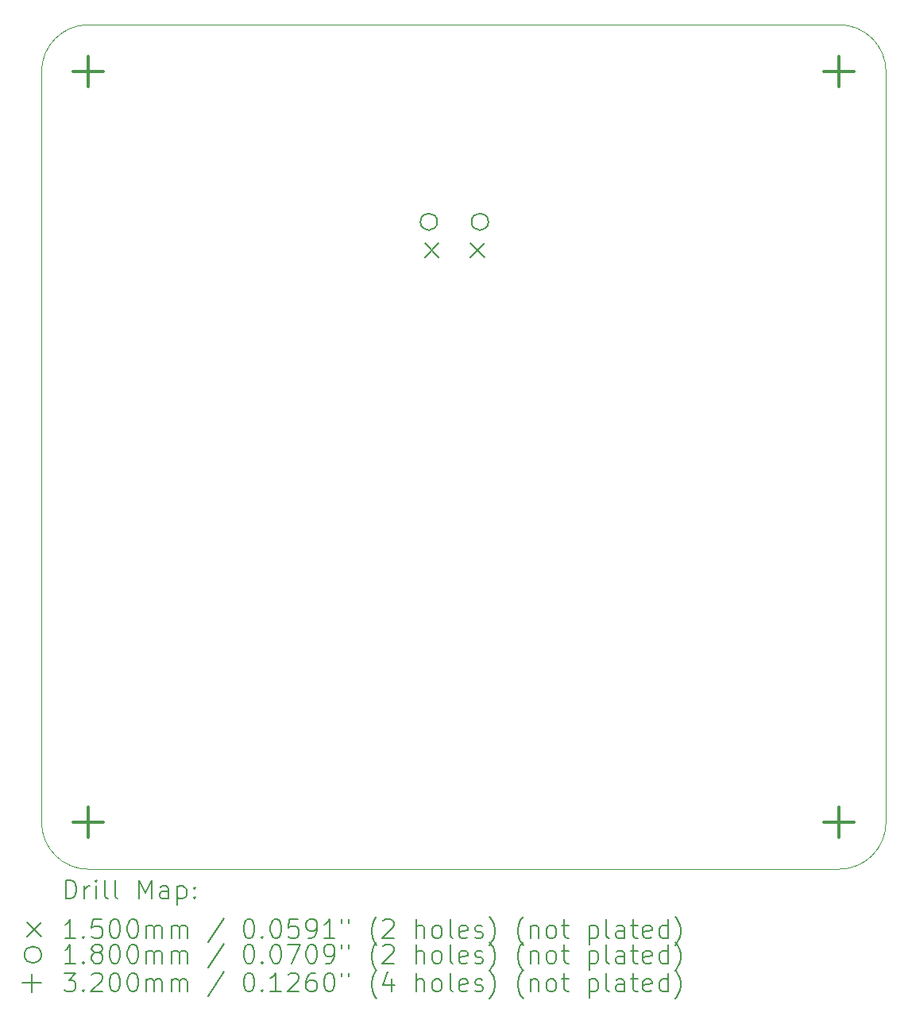
<source format=gbr>
%TF.GenerationSoftware,KiCad,Pcbnew,8.0.3*%
%TF.CreationDate,2024-07-10T23:00:10+09:00*%
%TF.ProjectId,power_control,706f7765-725f-4636-9f6e-74726f6c2e6b,rev?*%
%TF.SameCoordinates,PX5b8d800PY3473bc0*%
%TF.FileFunction,Drillmap*%
%TF.FilePolarity,Positive*%
%FSLAX45Y45*%
G04 Gerber Fmt 4.5, Leading zero omitted, Abs format (unit mm)*
G04 Created by KiCad (PCBNEW 8.0.3) date 2024-07-10 23:00:10*
%MOMM*%
%LPD*%
G01*
G04 APERTURE LIST*
%ADD10C,0.050000*%
%ADD11C,0.200000*%
%ADD12C,0.150000*%
%ADD13C,0.180000*%
%ADD14C,0.320000*%
G04 APERTURE END LIST*
D10*
X8500000Y0D02*
X500000Y0D01*
X9000000Y-8500000D02*
X9000000Y-500000D01*
X500000Y-9000000D02*
X8500000Y-9000000D01*
X0Y-500000D02*
X0Y-8500000D01*
X500000Y-9000000D02*
G75*
G02*
X0Y-8500000I0J500000D01*
G01*
X9000000Y-8500000D02*
G75*
G02*
X8500000Y-9000000I-500000J0D01*
G01*
X8500000Y0D02*
G75*
G02*
X9000000Y-500000I0J-500000D01*
G01*
X0Y-500000D02*
G75*
G02*
X500000Y0I500000J0D01*
G01*
D11*
D12*
X4082500Y-2328000D02*
X4232500Y-2478000D01*
X4232500Y-2328000D02*
X4082500Y-2478000D01*
X4567500Y-2328000D02*
X4717500Y-2478000D01*
X4717500Y-2328000D02*
X4567500Y-2478000D01*
D13*
X4217500Y-2100000D02*
G75*
G02*
X4037500Y-2100000I-90000J0D01*
G01*
X4037500Y-2100000D02*
G75*
G02*
X4217500Y-2100000I90000J0D01*
G01*
X4762500Y-2100000D02*
G75*
G02*
X4582500Y-2100000I-90000J0D01*
G01*
X4582500Y-2100000D02*
G75*
G02*
X4762500Y-2100000I90000J0D01*
G01*
D14*
X500000Y-340000D02*
X500000Y-660000D01*
X340000Y-500000D02*
X660000Y-500000D01*
X500000Y-8340000D02*
X500000Y-8660000D01*
X340000Y-8500000D02*
X660000Y-8500000D01*
X8500000Y-340000D02*
X8500000Y-660000D01*
X8340000Y-500000D02*
X8660000Y-500000D01*
X8500000Y-8340000D02*
X8500000Y-8660000D01*
X8340000Y-8500000D02*
X8660000Y-8500000D01*
D11*
X258277Y-9313984D02*
X258277Y-9113984D01*
X258277Y-9113984D02*
X305896Y-9113984D01*
X305896Y-9113984D02*
X334467Y-9123508D01*
X334467Y-9123508D02*
X353515Y-9142555D01*
X353515Y-9142555D02*
X363039Y-9161603D01*
X363039Y-9161603D02*
X372562Y-9199698D01*
X372562Y-9199698D02*
X372562Y-9228270D01*
X372562Y-9228270D02*
X363039Y-9266365D01*
X363039Y-9266365D02*
X353515Y-9285412D01*
X353515Y-9285412D02*
X334467Y-9304460D01*
X334467Y-9304460D02*
X305896Y-9313984D01*
X305896Y-9313984D02*
X258277Y-9313984D01*
X458277Y-9313984D02*
X458277Y-9180650D01*
X458277Y-9218746D02*
X467801Y-9199698D01*
X467801Y-9199698D02*
X477324Y-9190174D01*
X477324Y-9190174D02*
X496372Y-9180650D01*
X496372Y-9180650D02*
X515420Y-9180650D01*
X582086Y-9313984D02*
X582086Y-9180650D01*
X582086Y-9113984D02*
X572563Y-9123508D01*
X572563Y-9123508D02*
X582086Y-9133031D01*
X582086Y-9133031D02*
X591610Y-9123508D01*
X591610Y-9123508D02*
X582086Y-9113984D01*
X582086Y-9113984D02*
X582086Y-9133031D01*
X705896Y-9313984D02*
X686848Y-9304460D01*
X686848Y-9304460D02*
X677324Y-9285412D01*
X677324Y-9285412D02*
X677324Y-9113984D01*
X810658Y-9313984D02*
X791610Y-9304460D01*
X791610Y-9304460D02*
X782086Y-9285412D01*
X782086Y-9285412D02*
X782086Y-9113984D01*
X1039229Y-9313984D02*
X1039229Y-9113984D01*
X1039229Y-9113984D02*
X1105896Y-9256841D01*
X1105896Y-9256841D02*
X1172563Y-9113984D01*
X1172563Y-9113984D02*
X1172563Y-9313984D01*
X1353515Y-9313984D02*
X1353515Y-9209222D01*
X1353515Y-9209222D02*
X1343991Y-9190174D01*
X1343991Y-9190174D02*
X1324944Y-9180650D01*
X1324944Y-9180650D02*
X1286848Y-9180650D01*
X1286848Y-9180650D02*
X1267801Y-9190174D01*
X1353515Y-9304460D02*
X1334467Y-9313984D01*
X1334467Y-9313984D02*
X1286848Y-9313984D01*
X1286848Y-9313984D02*
X1267801Y-9304460D01*
X1267801Y-9304460D02*
X1258277Y-9285412D01*
X1258277Y-9285412D02*
X1258277Y-9266365D01*
X1258277Y-9266365D02*
X1267801Y-9247317D01*
X1267801Y-9247317D02*
X1286848Y-9237793D01*
X1286848Y-9237793D02*
X1334467Y-9237793D01*
X1334467Y-9237793D02*
X1353515Y-9228270D01*
X1448753Y-9180650D02*
X1448753Y-9380650D01*
X1448753Y-9190174D02*
X1467801Y-9180650D01*
X1467801Y-9180650D02*
X1505896Y-9180650D01*
X1505896Y-9180650D02*
X1524943Y-9190174D01*
X1524943Y-9190174D02*
X1534467Y-9199698D01*
X1534467Y-9199698D02*
X1543991Y-9218746D01*
X1543991Y-9218746D02*
X1543991Y-9275889D01*
X1543991Y-9275889D02*
X1534467Y-9294936D01*
X1534467Y-9294936D02*
X1524943Y-9304460D01*
X1524943Y-9304460D02*
X1505896Y-9313984D01*
X1505896Y-9313984D02*
X1467801Y-9313984D01*
X1467801Y-9313984D02*
X1448753Y-9304460D01*
X1629705Y-9294936D02*
X1639229Y-9304460D01*
X1639229Y-9304460D02*
X1629705Y-9313984D01*
X1629705Y-9313984D02*
X1620182Y-9304460D01*
X1620182Y-9304460D02*
X1629705Y-9294936D01*
X1629705Y-9294936D02*
X1629705Y-9313984D01*
X1629705Y-9190174D02*
X1639229Y-9199698D01*
X1639229Y-9199698D02*
X1629705Y-9209222D01*
X1629705Y-9209222D02*
X1620182Y-9199698D01*
X1620182Y-9199698D02*
X1629705Y-9190174D01*
X1629705Y-9190174D02*
X1629705Y-9209222D01*
D12*
X-152500Y-9567500D02*
X-2500Y-9717500D01*
X-2500Y-9567500D02*
X-152500Y-9717500D01*
D11*
X363039Y-9733984D02*
X248753Y-9733984D01*
X305896Y-9733984D02*
X305896Y-9533984D01*
X305896Y-9533984D02*
X286848Y-9562555D01*
X286848Y-9562555D02*
X267801Y-9581603D01*
X267801Y-9581603D02*
X248753Y-9591127D01*
X448753Y-9714936D02*
X458277Y-9724460D01*
X458277Y-9724460D02*
X448753Y-9733984D01*
X448753Y-9733984D02*
X439229Y-9724460D01*
X439229Y-9724460D02*
X448753Y-9714936D01*
X448753Y-9714936D02*
X448753Y-9733984D01*
X639229Y-9533984D02*
X543991Y-9533984D01*
X543991Y-9533984D02*
X534467Y-9629222D01*
X534467Y-9629222D02*
X543991Y-9619698D01*
X543991Y-9619698D02*
X563039Y-9610174D01*
X563039Y-9610174D02*
X610658Y-9610174D01*
X610658Y-9610174D02*
X629705Y-9619698D01*
X629705Y-9619698D02*
X639229Y-9629222D01*
X639229Y-9629222D02*
X648753Y-9648270D01*
X648753Y-9648270D02*
X648753Y-9695889D01*
X648753Y-9695889D02*
X639229Y-9714936D01*
X639229Y-9714936D02*
X629705Y-9724460D01*
X629705Y-9724460D02*
X610658Y-9733984D01*
X610658Y-9733984D02*
X563039Y-9733984D01*
X563039Y-9733984D02*
X543991Y-9724460D01*
X543991Y-9724460D02*
X534467Y-9714936D01*
X772562Y-9533984D02*
X791610Y-9533984D01*
X791610Y-9533984D02*
X810658Y-9543508D01*
X810658Y-9543508D02*
X820182Y-9553031D01*
X820182Y-9553031D02*
X829705Y-9572079D01*
X829705Y-9572079D02*
X839229Y-9610174D01*
X839229Y-9610174D02*
X839229Y-9657793D01*
X839229Y-9657793D02*
X829705Y-9695889D01*
X829705Y-9695889D02*
X820182Y-9714936D01*
X820182Y-9714936D02*
X810658Y-9724460D01*
X810658Y-9724460D02*
X791610Y-9733984D01*
X791610Y-9733984D02*
X772562Y-9733984D01*
X772562Y-9733984D02*
X753515Y-9724460D01*
X753515Y-9724460D02*
X743991Y-9714936D01*
X743991Y-9714936D02*
X734467Y-9695889D01*
X734467Y-9695889D02*
X724943Y-9657793D01*
X724943Y-9657793D02*
X724943Y-9610174D01*
X724943Y-9610174D02*
X734467Y-9572079D01*
X734467Y-9572079D02*
X743991Y-9553031D01*
X743991Y-9553031D02*
X753515Y-9543508D01*
X753515Y-9543508D02*
X772562Y-9533984D01*
X963039Y-9533984D02*
X982086Y-9533984D01*
X982086Y-9533984D02*
X1001134Y-9543508D01*
X1001134Y-9543508D02*
X1010658Y-9553031D01*
X1010658Y-9553031D02*
X1020182Y-9572079D01*
X1020182Y-9572079D02*
X1029705Y-9610174D01*
X1029705Y-9610174D02*
X1029705Y-9657793D01*
X1029705Y-9657793D02*
X1020182Y-9695889D01*
X1020182Y-9695889D02*
X1010658Y-9714936D01*
X1010658Y-9714936D02*
X1001134Y-9724460D01*
X1001134Y-9724460D02*
X982086Y-9733984D01*
X982086Y-9733984D02*
X963039Y-9733984D01*
X963039Y-9733984D02*
X943991Y-9724460D01*
X943991Y-9724460D02*
X934467Y-9714936D01*
X934467Y-9714936D02*
X924943Y-9695889D01*
X924943Y-9695889D02*
X915420Y-9657793D01*
X915420Y-9657793D02*
X915420Y-9610174D01*
X915420Y-9610174D02*
X924943Y-9572079D01*
X924943Y-9572079D02*
X934467Y-9553031D01*
X934467Y-9553031D02*
X943991Y-9543508D01*
X943991Y-9543508D02*
X963039Y-9533984D01*
X1115420Y-9733984D02*
X1115420Y-9600650D01*
X1115420Y-9619698D02*
X1124944Y-9610174D01*
X1124944Y-9610174D02*
X1143991Y-9600650D01*
X1143991Y-9600650D02*
X1172563Y-9600650D01*
X1172563Y-9600650D02*
X1191610Y-9610174D01*
X1191610Y-9610174D02*
X1201134Y-9629222D01*
X1201134Y-9629222D02*
X1201134Y-9733984D01*
X1201134Y-9629222D02*
X1210658Y-9610174D01*
X1210658Y-9610174D02*
X1229705Y-9600650D01*
X1229705Y-9600650D02*
X1258277Y-9600650D01*
X1258277Y-9600650D02*
X1277325Y-9610174D01*
X1277325Y-9610174D02*
X1286848Y-9629222D01*
X1286848Y-9629222D02*
X1286848Y-9733984D01*
X1382086Y-9733984D02*
X1382086Y-9600650D01*
X1382086Y-9619698D02*
X1391610Y-9610174D01*
X1391610Y-9610174D02*
X1410658Y-9600650D01*
X1410658Y-9600650D02*
X1439229Y-9600650D01*
X1439229Y-9600650D02*
X1458277Y-9610174D01*
X1458277Y-9610174D02*
X1467801Y-9629222D01*
X1467801Y-9629222D02*
X1467801Y-9733984D01*
X1467801Y-9629222D02*
X1477324Y-9610174D01*
X1477324Y-9610174D02*
X1496372Y-9600650D01*
X1496372Y-9600650D02*
X1524943Y-9600650D01*
X1524943Y-9600650D02*
X1543991Y-9610174D01*
X1543991Y-9610174D02*
X1553515Y-9629222D01*
X1553515Y-9629222D02*
X1553515Y-9733984D01*
X1943991Y-9524460D02*
X1772563Y-9781603D01*
X2201134Y-9533984D02*
X2220182Y-9533984D01*
X2220182Y-9533984D02*
X2239229Y-9543508D01*
X2239229Y-9543508D02*
X2248753Y-9553031D01*
X2248753Y-9553031D02*
X2258277Y-9572079D01*
X2258277Y-9572079D02*
X2267801Y-9610174D01*
X2267801Y-9610174D02*
X2267801Y-9657793D01*
X2267801Y-9657793D02*
X2258277Y-9695889D01*
X2258277Y-9695889D02*
X2248753Y-9714936D01*
X2248753Y-9714936D02*
X2239229Y-9724460D01*
X2239229Y-9724460D02*
X2220182Y-9733984D01*
X2220182Y-9733984D02*
X2201134Y-9733984D01*
X2201134Y-9733984D02*
X2182087Y-9724460D01*
X2182087Y-9724460D02*
X2172563Y-9714936D01*
X2172563Y-9714936D02*
X2163039Y-9695889D01*
X2163039Y-9695889D02*
X2153515Y-9657793D01*
X2153515Y-9657793D02*
X2153515Y-9610174D01*
X2153515Y-9610174D02*
X2163039Y-9572079D01*
X2163039Y-9572079D02*
X2172563Y-9553031D01*
X2172563Y-9553031D02*
X2182087Y-9543508D01*
X2182087Y-9543508D02*
X2201134Y-9533984D01*
X2353515Y-9714936D02*
X2363039Y-9724460D01*
X2363039Y-9724460D02*
X2353515Y-9733984D01*
X2353515Y-9733984D02*
X2343991Y-9724460D01*
X2343991Y-9724460D02*
X2353515Y-9714936D01*
X2353515Y-9714936D02*
X2353515Y-9733984D01*
X2486848Y-9533984D02*
X2505896Y-9533984D01*
X2505896Y-9533984D02*
X2524944Y-9543508D01*
X2524944Y-9543508D02*
X2534468Y-9553031D01*
X2534468Y-9553031D02*
X2543991Y-9572079D01*
X2543991Y-9572079D02*
X2553515Y-9610174D01*
X2553515Y-9610174D02*
X2553515Y-9657793D01*
X2553515Y-9657793D02*
X2543991Y-9695889D01*
X2543991Y-9695889D02*
X2534468Y-9714936D01*
X2534468Y-9714936D02*
X2524944Y-9724460D01*
X2524944Y-9724460D02*
X2505896Y-9733984D01*
X2505896Y-9733984D02*
X2486848Y-9733984D01*
X2486848Y-9733984D02*
X2467801Y-9724460D01*
X2467801Y-9724460D02*
X2458277Y-9714936D01*
X2458277Y-9714936D02*
X2448753Y-9695889D01*
X2448753Y-9695889D02*
X2439229Y-9657793D01*
X2439229Y-9657793D02*
X2439229Y-9610174D01*
X2439229Y-9610174D02*
X2448753Y-9572079D01*
X2448753Y-9572079D02*
X2458277Y-9553031D01*
X2458277Y-9553031D02*
X2467801Y-9543508D01*
X2467801Y-9543508D02*
X2486848Y-9533984D01*
X2734468Y-9533984D02*
X2639229Y-9533984D01*
X2639229Y-9533984D02*
X2629706Y-9629222D01*
X2629706Y-9629222D02*
X2639229Y-9619698D01*
X2639229Y-9619698D02*
X2658277Y-9610174D01*
X2658277Y-9610174D02*
X2705896Y-9610174D01*
X2705896Y-9610174D02*
X2724944Y-9619698D01*
X2724944Y-9619698D02*
X2734468Y-9629222D01*
X2734468Y-9629222D02*
X2743991Y-9648270D01*
X2743991Y-9648270D02*
X2743991Y-9695889D01*
X2743991Y-9695889D02*
X2734468Y-9714936D01*
X2734468Y-9714936D02*
X2724944Y-9724460D01*
X2724944Y-9724460D02*
X2705896Y-9733984D01*
X2705896Y-9733984D02*
X2658277Y-9733984D01*
X2658277Y-9733984D02*
X2639229Y-9724460D01*
X2639229Y-9724460D02*
X2629706Y-9714936D01*
X2839229Y-9733984D02*
X2877325Y-9733984D01*
X2877325Y-9733984D02*
X2896372Y-9724460D01*
X2896372Y-9724460D02*
X2905896Y-9714936D01*
X2905896Y-9714936D02*
X2924944Y-9686365D01*
X2924944Y-9686365D02*
X2934467Y-9648270D01*
X2934467Y-9648270D02*
X2934467Y-9572079D01*
X2934467Y-9572079D02*
X2924944Y-9553031D01*
X2924944Y-9553031D02*
X2915420Y-9543508D01*
X2915420Y-9543508D02*
X2896372Y-9533984D01*
X2896372Y-9533984D02*
X2858277Y-9533984D01*
X2858277Y-9533984D02*
X2839229Y-9543508D01*
X2839229Y-9543508D02*
X2829706Y-9553031D01*
X2829706Y-9553031D02*
X2820182Y-9572079D01*
X2820182Y-9572079D02*
X2820182Y-9619698D01*
X2820182Y-9619698D02*
X2829706Y-9638746D01*
X2829706Y-9638746D02*
X2839229Y-9648270D01*
X2839229Y-9648270D02*
X2858277Y-9657793D01*
X2858277Y-9657793D02*
X2896372Y-9657793D01*
X2896372Y-9657793D02*
X2915420Y-9648270D01*
X2915420Y-9648270D02*
X2924944Y-9638746D01*
X2924944Y-9638746D02*
X2934467Y-9619698D01*
X3124944Y-9733984D02*
X3010658Y-9733984D01*
X3067801Y-9733984D02*
X3067801Y-9533984D01*
X3067801Y-9533984D02*
X3048753Y-9562555D01*
X3048753Y-9562555D02*
X3029706Y-9581603D01*
X3029706Y-9581603D02*
X3010658Y-9591127D01*
X3201134Y-9533984D02*
X3201134Y-9572079D01*
X3277325Y-9533984D02*
X3277325Y-9572079D01*
X3572563Y-9810174D02*
X3563039Y-9800650D01*
X3563039Y-9800650D02*
X3543991Y-9772079D01*
X3543991Y-9772079D02*
X3534468Y-9753031D01*
X3534468Y-9753031D02*
X3524944Y-9724460D01*
X3524944Y-9724460D02*
X3515420Y-9676841D01*
X3515420Y-9676841D02*
X3515420Y-9638746D01*
X3515420Y-9638746D02*
X3524944Y-9591127D01*
X3524944Y-9591127D02*
X3534468Y-9562555D01*
X3534468Y-9562555D02*
X3543991Y-9543508D01*
X3543991Y-9543508D02*
X3563039Y-9514936D01*
X3563039Y-9514936D02*
X3572563Y-9505412D01*
X3639229Y-9553031D02*
X3648753Y-9543508D01*
X3648753Y-9543508D02*
X3667801Y-9533984D01*
X3667801Y-9533984D02*
X3715420Y-9533984D01*
X3715420Y-9533984D02*
X3734468Y-9543508D01*
X3734468Y-9543508D02*
X3743991Y-9553031D01*
X3743991Y-9553031D02*
X3753515Y-9572079D01*
X3753515Y-9572079D02*
X3753515Y-9591127D01*
X3753515Y-9591127D02*
X3743991Y-9619698D01*
X3743991Y-9619698D02*
X3629706Y-9733984D01*
X3629706Y-9733984D02*
X3753515Y-9733984D01*
X3991610Y-9733984D02*
X3991610Y-9533984D01*
X4077325Y-9733984D02*
X4077325Y-9629222D01*
X4077325Y-9629222D02*
X4067801Y-9610174D01*
X4067801Y-9610174D02*
X4048753Y-9600650D01*
X4048753Y-9600650D02*
X4020182Y-9600650D01*
X4020182Y-9600650D02*
X4001134Y-9610174D01*
X4001134Y-9610174D02*
X3991610Y-9619698D01*
X4201134Y-9733984D02*
X4182087Y-9724460D01*
X4182087Y-9724460D02*
X4172563Y-9714936D01*
X4172563Y-9714936D02*
X4163039Y-9695889D01*
X4163039Y-9695889D02*
X4163039Y-9638746D01*
X4163039Y-9638746D02*
X4172563Y-9619698D01*
X4172563Y-9619698D02*
X4182087Y-9610174D01*
X4182087Y-9610174D02*
X4201134Y-9600650D01*
X4201134Y-9600650D02*
X4229706Y-9600650D01*
X4229706Y-9600650D02*
X4248753Y-9610174D01*
X4248753Y-9610174D02*
X4258277Y-9619698D01*
X4258277Y-9619698D02*
X4267801Y-9638746D01*
X4267801Y-9638746D02*
X4267801Y-9695889D01*
X4267801Y-9695889D02*
X4258277Y-9714936D01*
X4258277Y-9714936D02*
X4248753Y-9724460D01*
X4248753Y-9724460D02*
X4229706Y-9733984D01*
X4229706Y-9733984D02*
X4201134Y-9733984D01*
X4382087Y-9733984D02*
X4363039Y-9724460D01*
X4363039Y-9724460D02*
X4353515Y-9705412D01*
X4353515Y-9705412D02*
X4353515Y-9533984D01*
X4534468Y-9724460D02*
X4515420Y-9733984D01*
X4515420Y-9733984D02*
X4477325Y-9733984D01*
X4477325Y-9733984D02*
X4458277Y-9724460D01*
X4458277Y-9724460D02*
X4448753Y-9705412D01*
X4448753Y-9705412D02*
X4448753Y-9629222D01*
X4448753Y-9629222D02*
X4458277Y-9610174D01*
X4458277Y-9610174D02*
X4477325Y-9600650D01*
X4477325Y-9600650D02*
X4515420Y-9600650D01*
X4515420Y-9600650D02*
X4534468Y-9610174D01*
X4534468Y-9610174D02*
X4543992Y-9629222D01*
X4543992Y-9629222D02*
X4543992Y-9648270D01*
X4543992Y-9648270D02*
X4448753Y-9667317D01*
X4620182Y-9724460D02*
X4639230Y-9733984D01*
X4639230Y-9733984D02*
X4677325Y-9733984D01*
X4677325Y-9733984D02*
X4696373Y-9724460D01*
X4696373Y-9724460D02*
X4705896Y-9705412D01*
X4705896Y-9705412D02*
X4705896Y-9695889D01*
X4705896Y-9695889D02*
X4696373Y-9676841D01*
X4696373Y-9676841D02*
X4677325Y-9667317D01*
X4677325Y-9667317D02*
X4648753Y-9667317D01*
X4648753Y-9667317D02*
X4629706Y-9657793D01*
X4629706Y-9657793D02*
X4620182Y-9638746D01*
X4620182Y-9638746D02*
X4620182Y-9629222D01*
X4620182Y-9629222D02*
X4629706Y-9610174D01*
X4629706Y-9610174D02*
X4648753Y-9600650D01*
X4648753Y-9600650D02*
X4677325Y-9600650D01*
X4677325Y-9600650D02*
X4696373Y-9610174D01*
X4772563Y-9810174D02*
X4782087Y-9800650D01*
X4782087Y-9800650D02*
X4801134Y-9772079D01*
X4801134Y-9772079D02*
X4810658Y-9753031D01*
X4810658Y-9753031D02*
X4820182Y-9724460D01*
X4820182Y-9724460D02*
X4829706Y-9676841D01*
X4829706Y-9676841D02*
X4829706Y-9638746D01*
X4829706Y-9638746D02*
X4820182Y-9591127D01*
X4820182Y-9591127D02*
X4810658Y-9562555D01*
X4810658Y-9562555D02*
X4801134Y-9543508D01*
X4801134Y-9543508D02*
X4782087Y-9514936D01*
X4782087Y-9514936D02*
X4772563Y-9505412D01*
X5134468Y-9810174D02*
X5124944Y-9800650D01*
X5124944Y-9800650D02*
X5105896Y-9772079D01*
X5105896Y-9772079D02*
X5096373Y-9753031D01*
X5096373Y-9753031D02*
X5086849Y-9724460D01*
X5086849Y-9724460D02*
X5077325Y-9676841D01*
X5077325Y-9676841D02*
X5077325Y-9638746D01*
X5077325Y-9638746D02*
X5086849Y-9591127D01*
X5086849Y-9591127D02*
X5096373Y-9562555D01*
X5096373Y-9562555D02*
X5105896Y-9543508D01*
X5105896Y-9543508D02*
X5124944Y-9514936D01*
X5124944Y-9514936D02*
X5134468Y-9505412D01*
X5210658Y-9600650D02*
X5210658Y-9733984D01*
X5210658Y-9619698D02*
X5220182Y-9610174D01*
X5220182Y-9610174D02*
X5239230Y-9600650D01*
X5239230Y-9600650D02*
X5267801Y-9600650D01*
X5267801Y-9600650D02*
X5286849Y-9610174D01*
X5286849Y-9610174D02*
X5296373Y-9629222D01*
X5296373Y-9629222D02*
X5296373Y-9733984D01*
X5420182Y-9733984D02*
X5401134Y-9724460D01*
X5401134Y-9724460D02*
X5391611Y-9714936D01*
X5391611Y-9714936D02*
X5382087Y-9695889D01*
X5382087Y-9695889D02*
X5382087Y-9638746D01*
X5382087Y-9638746D02*
X5391611Y-9619698D01*
X5391611Y-9619698D02*
X5401134Y-9610174D01*
X5401134Y-9610174D02*
X5420182Y-9600650D01*
X5420182Y-9600650D02*
X5448754Y-9600650D01*
X5448754Y-9600650D02*
X5467801Y-9610174D01*
X5467801Y-9610174D02*
X5477325Y-9619698D01*
X5477325Y-9619698D02*
X5486849Y-9638746D01*
X5486849Y-9638746D02*
X5486849Y-9695889D01*
X5486849Y-9695889D02*
X5477325Y-9714936D01*
X5477325Y-9714936D02*
X5467801Y-9724460D01*
X5467801Y-9724460D02*
X5448754Y-9733984D01*
X5448754Y-9733984D02*
X5420182Y-9733984D01*
X5543992Y-9600650D02*
X5620182Y-9600650D01*
X5572563Y-9533984D02*
X5572563Y-9705412D01*
X5572563Y-9705412D02*
X5582087Y-9724460D01*
X5582087Y-9724460D02*
X5601134Y-9733984D01*
X5601134Y-9733984D02*
X5620182Y-9733984D01*
X5839230Y-9600650D02*
X5839230Y-9800650D01*
X5839230Y-9610174D02*
X5858277Y-9600650D01*
X5858277Y-9600650D02*
X5896373Y-9600650D01*
X5896373Y-9600650D02*
X5915420Y-9610174D01*
X5915420Y-9610174D02*
X5924944Y-9619698D01*
X5924944Y-9619698D02*
X5934468Y-9638746D01*
X5934468Y-9638746D02*
X5934468Y-9695889D01*
X5934468Y-9695889D02*
X5924944Y-9714936D01*
X5924944Y-9714936D02*
X5915420Y-9724460D01*
X5915420Y-9724460D02*
X5896373Y-9733984D01*
X5896373Y-9733984D02*
X5858277Y-9733984D01*
X5858277Y-9733984D02*
X5839230Y-9724460D01*
X6048753Y-9733984D02*
X6029706Y-9724460D01*
X6029706Y-9724460D02*
X6020182Y-9705412D01*
X6020182Y-9705412D02*
X6020182Y-9533984D01*
X6210658Y-9733984D02*
X6210658Y-9629222D01*
X6210658Y-9629222D02*
X6201134Y-9610174D01*
X6201134Y-9610174D02*
X6182087Y-9600650D01*
X6182087Y-9600650D02*
X6143992Y-9600650D01*
X6143992Y-9600650D02*
X6124944Y-9610174D01*
X6210658Y-9724460D02*
X6191611Y-9733984D01*
X6191611Y-9733984D02*
X6143992Y-9733984D01*
X6143992Y-9733984D02*
X6124944Y-9724460D01*
X6124944Y-9724460D02*
X6115420Y-9705412D01*
X6115420Y-9705412D02*
X6115420Y-9686365D01*
X6115420Y-9686365D02*
X6124944Y-9667317D01*
X6124944Y-9667317D02*
X6143992Y-9657793D01*
X6143992Y-9657793D02*
X6191611Y-9657793D01*
X6191611Y-9657793D02*
X6210658Y-9648270D01*
X6277325Y-9600650D02*
X6353515Y-9600650D01*
X6305896Y-9533984D02*
X6305896Y-9705412D01*
X6305896Y-9705412D02*
X6315420Y-9724460D01*
X6315420Y-9724460D02*
X6334468Y-9733984D01*
X6334468Y-9733984D02*
X6353515Y-9733984D01*
X6496373Y-9724460D02*
X6477325Y-9733984D01*
X6477325Y-9733984D02*
X6439230Y-9733984D01*
X6439230Y-9733984D02*
X6420182Y-9724460D01*
X6420182Y-9724460D02*
X6410658Y-9705412D01*
X6410658Y-9705412D02*
X6410658Y-9629222D01*
X6410658Y-9629222D02*
X6420182Y-9610174D01*
X6420182Y-9610174D02*
X6439230Y-9600650D01*
X6439230Y-9600650D02*
X6477325Y-9600650D01*
X6477325Y-9600650D02*
X6496373Y-9610174D01*
X6496373Y-9610174D02*
X6505896Y-9629222D01*
X6505896Y-9629222D02*
X6505896Y-9648270D01*
X6505896Y-9648270D02*
X6410658Y-9667317D01*
X6677325Y-9733984D02*
X6677325Y-9533984D01*
X6677325Y-9724460D02*
X6658277Y-9733984D01*
X6658277Y-9733984D02*
X6620182Y-9733984D01*
X6620182Y-9733984D02*
X6601134Y-9724460D01*
X6601134Y-9724460D02*
X6591611Y-9714936D01*
X6591611Y-9714936D02*
X6582087Y-9695889D01*
X6582087Y-9695889D02*
X6582087Y-9638746D01*
X6582087Y-9638746D02*
X6591611Y-9619698D01*
X6591611Y-9619698D02*
X6601134Y-9610174D01*
X6601134Y-9610174D02*
X6620182Y-9600650D01*
X6620182Y-9600650D02*
X6658277Y-9600650D01*
X6658277Y-9600650D02*
X6677325Y-9610174D01*
X6753515Y-9810174D02*
X6763039Y-9800650D01*
X6763039Y-9800650D02*
X6782087Y-9772079D01*
X6782087Y-9772079D02*
X6791611Y-9753031D01*
X6791611Y-9753031D02*
X6801134Y-9724460D01*
X6801134Y-9724460D02*
X6810658Y-9676841D01*
X6810658Y-9676841D02*
X6810658Y-9638746D01*
X6810658Y-9638746D02*
X6801134Y-9591127D01*
X6801134Y-9591127D02*
X6791611Y-9562555D01*
X6791611Y-9562555D02*
X6782087Y-9543508D01*
X6782087Y-9543508D02*
X6763039Y-9514936D01*
X6763039Y-9514936D02*
X6753515Y-9505412D01*
D13*
X-2500Y-9912500D02*
G75*
G02*
X-182500Y-9912500I-90000J0D01*
G01*
X-182500Y-9912500D02*
G75*
G02*
X-2500Y-9912500I90000J0D01*
G01*
D11*
X363039Y-10003984D02*
X248753Y-10003984D01*
X305896Y-10003984D02*
X305896Y-9803984D01*
X305896Y-9803984D02*
X286848Y-9832555D01*
X286848Y-9832555D02*
X267801Y-9851603D01*
X267801Y-9851603D02*
X248753Y-9861127D01*
X448753Y-9984936D02*
X458277Y-9994460D01*
X458277Y-9994460D02*
X448753Y-10003984D01*
X448753Y-10003984D02*
X439229Y-9994460D01*
X439229Y-9994460D02*
X448753Y-9984936D01*
X448753Y-9984936D02*
X448753Y-10003984D01*
X572563Y-9889698D02*
X553515Y-9880174D01*
X553515Y-9880174D02*
X543991Y-9870650D01*
X543991Y-9870650D02*
X534467Y-9851603D01*
X534467Y-9851603D02*
X534467Y-9842079D01*
X534467Y-9842079D02*
X543991Y-9823031D01*
X543991Y-9823031D02*
X553515Y-9813508D01*
X553515Y-9813508D02*
X572563Y-9803984D01*
X572563Y-9803984D02*
X610658Y-9803984D01*
X610658Y-9803984D02*
X629705Y-9813508D01*
X629705Y-9813508D02*
X639229Y-9823031D01*
X639229Y-9823031D02*
X648753Y-9842079D01*
X648753Y-9842079D02*
X648753Y-9851603D01*
X648753Y-9851603D02*
X639229Y-9870650D01*
X639229Y-9870650D02*
X629705Y-9880174D01*
X629705Y-9880174D02*
X610658Y-9889698D01*
X610658Y-9889698D02*
X572563Y-9889698D01*
X572563Y-9889698D02*
X553515Y-9899222D01*
X553515Y-9899222D02*
X543991Y-9908746D01*
X543991Y-9908746D02*
X534467Y-9927793D01*
X534467Y-9927793D02*
X534467Y-9965889D01*
X534467Y-9965889D02*
X543991Y-9984936D01*
X543991Y-9984936D02*
X553515Y-9994460D01*
X553515Y-9994460D02*
X572563Y-10003984D01*
X572563Y-10003984D02*
X610658Y-10003984D01*
X610658Y-10003984D02*
X629705Y-9994460D01*
X629705Y-9994460D02*
X639229Y-9984936D01*
X639229Y-9984936D02*
X648753Y-9965889D01*
X648753Y-9965889D02*
X648753Y-9927793D01*
X648753Y-9927793D02*
X639229Y-9908746D01*
X639229Y-9908746D02*
X629705Y-9899222D01*
X629705Y-9899222D02*
X610658Y-9889698D01*
X772562Y-9803984D02*
X791610Y-9803984D01*
X791610Y-9803984D02*
X810658Y-9813508D01*
X810658Y-9813508D02*
X820182Y-9823031D01*
X820182Y-9823031D02*
X829705Y-9842079D01*
X829705Y-9842079D02*
X839229Y-9880174D01*
X839229Y-9880174D02*
X839229Y-9927793D01*
X839229Y-9927793D02*
X829705Y-9965889D01*
X829705Y-9965889D02*
X820182Y-9984936D01*
X820182Y-9984936D02*
X810658Y-9994460D01*
X810658Y-9994460D02*
X791610Y-10003984D01*
X791610Y-10003984D02*
X772562Y-10003984D01*
X772562Y-10003984D02*
X753515Y-9994460D01*
X753515Y-9994460D02*
X743991Y-9984936D01*
X743991Y-9984936D02*
X734467Y-9965889D01*
X734467Y-9965889D02*
X724943Y-9927793D01*
X724943Y-9927793D02*
X724943Y-9880174D01*
X724943Y-9880174D02*
X734467Y-9842079D01*
X734467Y-9842079D02*
X743991Y-9823031D01*
X743991Y-9823031D02*
X753515Y-9813508D01*
X753515Y-9813508D02*
X772562Y-9803984D01*
X963039Y-9803984D02*
X982086Y-9803984D01*
X982086Y-9803984D02*
X1001134Y-9813508D01*
X1001134Y-9813508D02*
X1010658Y-9823031D01*
X1010658Y-9823031D02*
X1020182Y-9842079D01*
X1020182Y-9842079D02*
X1029705Y-9880174D01*
X1029705Y-9880174D02*
X1029705Y-9927793D01*
X1029705Y-9927793D02*
X1020182Y-9965889D01*
X1020182Y-9965889D02*
X1010658Y-9984936D01*
X1010658Y-9984936D02*
X1001134Y-9994460D01*
X1001134Y-9994460D02*
X982086Y-10003984D01*
X982086Y-10003984D02*
X963039Y-10003984D01*
X963039Y-10003984D02*
X943991Y-9994460D01*
X943991Y-9994460D02*
X934467Y-9984936D01*
X934467Y-9984936D02*
X924943Y-9965889D01*
X924943Y-9965889D02*
X915420Y-9927793D01*
X915420Y-9927793D02*
X915420Y-9880174D01*
X915420Y-9880174D02*
X924943Y-9842079D01*
X924943Y-9842079D02*
X934467Y-9823031D01*
X934467Y-9823031D02*
X943991Y-9813508D01*
X943991Y-9813508D02*
X963039Y-9803984D01*
X1115420Y-10003984D02*
X1115420Y-9870650D01*
X1115420Y-9889698D02*
X1124944Y-9880174D01*
X1124944Y-9880174D02*
X1143991Y-9870650D01*
X1143991Y-9870650D02*
X1172563Y-9870650D01*
X1172563Y-9870650D02*
X1191610Y-9880174D01*
X1191610Y-9880174D02*
X1201134Y-9899222D01*
X1201134Y-9899222D02*
X1201134Y-10003984D01*
X1201134Y-9899222D02*
X1210658Y-9880174D01*
X1210658Y-9880174D02*
X1229705Y-9870650D01*
X1229705Y-9870650D02*
X1258277Y-9870650D01*
X1258277Y-9870650D02*
X1277325Y-9880174D01*
X1277325Y-9880174D02*
X1286848Y-9899222D01*
X1286848Y-9899222D02*
X1286848Y-10003984D01*
X1382086Y-10003984D02*
X1382086Y-9870650D01*
X1382086Y-9889698D02*
X1391610Y-9880174D01*
X1391610Y-9880174D02*
X1410658Y-9870650D01*
X1410658Y-9870650D02*
X1439229Y-9870650D01*
X1439229Y-9870650D02*
X1458277Y-9880174D01*
X1458277Y-9880174D02*
X1467801Y-9899222D01*
X1467801Y-9899222D02*
X1467801Y-10003984D01*
X1467801Y-9899222D02*
X1477324Y-9880174D01*
X1477324Y-9880174D02*
X1496372Y-9870650D01*
X1496372Y-9870650D02*
X1524943Y-9870650D01*
X1524943Y-9870650D02*
X1543991Y-9880174D01*
X1543991Y-9880174D02*
X1553515Y-9899222D01*
X1553515Y-9899222D02*
X1553515Y-10003984D01*
X1943991Y-9794460D02*
X1772563Y-10051603D01*
X2201134Y-9803984D02*
X2220182Y-9803984D01*
X2220182Y-9803984D02*
X2239229Y-9813508D01*
X2239229Y-9813508D02*
X2248753Y-9823031D01*
X2248753Y-9823031D02*
X2258277Y-9842079D01*
X2258277Y-9842079D02*
X2267801Y-9880174D01*
X2267801Y-9880174D02*
X2267801Y-9927793D01*
X2267801Y-9927793D02*
X2258277Y-9965889D01*
X2258277Y-9965889D02*
X2248753Y-9984936D01*
X2248753Y-9984936D02*
X2239229Y-9994460D01*
X2239229Y-9994460D02*
X2220182Y-10003984D01*
X2220182Y-10003984D02*
X2201134Y-10003984D01*
X2201134Y-10003984D02*
X2182087Y-9994460D01*
X2182087Y-9994460D02*
X2172563Y-9984936D01*
X2172563Y-9984936D02*
X2163039Y-9965889D01*
X2163039Y-9965889D02*
X2153515Y-9927793D01*
X2153515Y-9927793D02*
X2153515Y-9880174D01*
X2153515Y-9880174D02*
X2163039Y-9842079D01*
X2163039Y-9842079D02*
X2172563Y-9823031D01*
X2172563Y-9823031D02*
X2182087Y-9813508D01*
X2182087Y-9813508D02*
X2201134Y-9803984D01*
X2353515Y-9984936D02*
X2363039Y-9994460D01*
X2363039Y-9994460D02*
X2353515Y-10003984D01*
X2353515Y-10003984D02*
X2343991Y-9994460D01*
X2343991Y-9994460D02*
X2353515Y-9984936D01*
X2353515Y-9984936D02*
X2353515Y-10003984D01*
X2486848Y-9803984D02*
X2505896Y-9803984D01*
X2505896Y-9803984D02*
X2524944Y-9813508D01*
X2524944Y-9813508D02*
X2534468Y-9823031D01*
X2534468Y-9823031D02*
X2543991Y-9842079D01*
X2543991Y-9842079D02*
X2553515Y-9880174D01*
X2553515Y-9880174D02*
X2553515Y-9927793D01*
X2553515Y-9927793D02*
X2543991Y-9965889D01*
X2543991Y-9965889D02*
X2534468Y-9984936D01*
X2534468Y-9984936D02*
X2524944Y-9994460D01*
X2524944Y-9994460D02*
X2505896Y-10003984D01*
X2505896Y-10003984D02*
X2486848Y-10003984D01*
X2486848Y-10003984D02*
X2467801Y-9994460D01*
X2467801Y-9994460D02*
X2458277Y-9984936D01*
X2458277Y-9984936D02*
X2448753Y-9965889D01*
X2448753Y-9965889D02*
X2439229Y-9927793D01*
X2439229Y-9927793D02*
X2439229Y-9880174D01*
X2439229Y-9880174D02*
X2448753Y-9842079D01*
X2448753Y-9842079D02*
X2458277Y-9823031D01*
X2458277Y-9823031D02*
X2467801Y-9813508D01*
X2467801Y-9813508D02*
X2486848Y-9803984D01*
X2620182Y-9803984D02*
X2753515Y-9803984D01*
X2753515Y-9803984D02*
X2667801Y-10003984D01*
X2867801Y-9803984D02*
X2886848Y-9803984D01*
X2886848Y-9803984D02*
X2905896Y-9813508D01*
X2905896Y-9813508D02*
X2915420Y-9823031D01*
X2915420Y-9823031D02*
X2924944Y-9842079D01*
X2924944Y-9842079D02*
X2934467Y-9880174D01*
X2934467Y-9880174D02*
X2934467Y-9927793D01*
X2934467Y-9927793D02*
X2924944Y-9965889D01*
X2924944Y-9965889D02*
X2915420Y-9984936D01*
X2915420Y-9984936D02*
X2905896Y-9994460D01*
X2905896Y-9994460D02*
X2886848Y-10003984D01*
X2886848Y-10003984D02*
X2867801Y-10003984D01*
X2867801Y-10003984D02*
X2848753Y-9994460D01*
X2848753Y-9994460D02*
X2839229Y-9984936D01*
X2839229Y-9984936D02*
X2829706Y-9965889D01*
X2829706Y-9965889D02*
X2820182Y-9927793D01*
X2820182Y-9927793D02*
X2820182Y-9880174D01*
X2820182Y-9880174D02*
X2829706Y-9842079D01*
X2829706Y-9842079D02*
X2839229Y-9823031D01*
X2839229Y-9823031D02*
X2848753Y-9813508D01*
X2848753Y-9813508D02*
X2867801Y-9803984D01*
X3029706Y-10003984D02*
X3067801Y-10003984D01*
X3067801Y-10003984D02*
X3086848Y-9994460D01*
X3086848Y-9994460D02*
X3096372Y-9984936D01*
X3096372Y-9984936D02*
X3115420Y-9956365D01*
X3115420Y-9956365D02*
X3124944Y-9918270D01*
X3124944Y-9918270D02*
X3124944Y-9842079D01*
X3124944Y-9842079D02*
X3115420Y-9823031D01*
X3115420Y-9823031D02*
X3105896Y-9813508D01*
X3105896Y-9813508D02*
X3086848Y-9803984D01*
X3086848Y-9803984D02*
X3048753Y-9803984D01*
X3048753Y-9803984D02*
X3029706Y-9813508D01*
X3029706Y-9813508D02*
X3020182Y-9823031D01*
X3020182Y-9823031D02*
X3010658Y-9842079D01*
X3010658Y-9842079D02*
X3010658Y-9889698D01*
X3010658Y-9889698D02*
X3020182Y-9908746D01*
X3020182Y-9908746D02*
X3029706Y-9918270D01*
X3029706Y-9918270D02*
X3048753Y-9927793D01*
X3048753Y-9927793D02*
X3086848Y-9927793D01*
X3086848Y-9927793D02*
X3105896Y-9918270D01*
X3105896Y-9918270D02*
X3115420Y-9908746D01*
X3115420Y-9908746D02*
X3124944Y-9889698D01*
X3201134Y-9803984D02*
X3201134Y-9842079D01*
X3277325Y-9803984D02*
X3277325Y-9842079D01*
X3572563Y-10080174D02*
X3563039Y-10070650D01*
X3563039Y-10070650D02*
X3543991Y-10042079D01*
X3543991Y-10042079D02*
X3534468Y-10023031D01*
X3534468Y-10023031D02*
X3524944Y-9994460D01*
X3524944Y-9994460D02*
X3515420Y-9946841D01*
X3515420Y-9946841D02*
X3515420Y-9908746D01*
X3515420Y-9908746D02*
X3524944Y-9861127D01*
X3524944Y-9861127D02*
X3534468Y-9832555D01*
X3534468Y-9832555D02*
X3543991Y-9813508D01*
X3543991Y-9813508D02*
X3563039Y-9784936D01*
X3563039Y-9784936D02*
X3572563Y-9775412D01*
X3639229Y-9823031D02*
X3648753Y-9813508D01*
X3648753Y-9813508D02*
X3667801Y-9803984D01*
X3667801Y-9803984D02*
X3715420Y-9803984D01*
X3715420Y-9803984D02*
X3734468Y-9813508D01*
X3734468Y-9813508D02*
X3743991Y-9823031D01*
X3743991Y-9823031D02*
X3753515Y-9842079D01*
X3753515Y-9842079D02*
X3753515Y-9861127D01*
X3753515Y-9861127D02*
X3743991Y-9889698D01*
X3743991Y-9889698D02*
X3629706Y-10003984D01*
X3629706Y-10003984D02*
X3753515Y-10003984D01*
X3991610Y-10003984D02*
X3991610Y-9803984D01*
X4077325Y-10003984D02*
X4077325Y-9899222D01*
X4077325Y-9899222D02*
X4067801Y-9880174D01*
X4067801Y-9880174D02*
X4048753Y-9870650D01*
X4048753Y-9870650D02*
X4020182Y-9870650D01*
X4020182Y-9870650D02*
X4001134Y-9880174D01*
X4001134Y-9880174D02*
X3991610Y-9889698D01*
X4201134Y-10003984D02*
X4182087Y-9994460D01*
X4182087Y-9994460D02*
X4172563Y-9984936D01*
X4172563Y-9984936D02*
X4163039Y-9965889D01*
X4163039Y-9965889D02*
X4163039Y-9908746D01*
X4163039Y-9908746D02*
X4172563Y-9889698D01*
X4172563Y-9889698D02*
X4182087Y-9880174D01*
X4182087Y-9880174D02*
X4201134Y-9870650D01*
X4201134Y-9870650D02*
X4229706Y-9870650D01*
X4229706Y-9870650D02*
X4248753Y-9880174D01*
X4248753Y-9880174D02*
X4258277Y-9889698D01*
X4258277Y-9889698D02*
X4267801Y-9908746D01*
X4267801Y-9908746D02*
X4267801Y-9965889D01*
X4267801Y-9965889D02*
X4258277Y-9984936D01*
X4258277Y-9984936D02*
X4248753Y-9994460D01*
X4248753Y-9994460D02*
X4229706Y-10003984D01*
X4229706Y-10003984D02*
X4201134Y-10003984D01*
X4382087Y-10003984D02*
X4363039Y-9994460D01*
X4363039Y-9994460D02*
X4353515Y-9975412D01*
X4353515Y-9975412D02*
X4353515Y-9803984D01*
X4534468Y-9994460D02*
X4515420Y-10003984D01*
X4515420Y-10003984D02*
X4477325Y-10003984D01*
X4477325Y-10003984D02*
X4458277Y-9994460D01*
X4458277Y-9994460D02*
X4448753Y-9975412D01*
X4448753Y-9975412D02*
X4448753Y-9899222D01*
X4448753Y-9899222D02*
X4458277Y-9880174D01*
X4458277Y-9880174D02*
X4477325Y-9870650D01*
X4477325Y-9870650D02*
X4515420Y-9870650D01*
X4515420Y-9870650D02*
X4534468Y-9880174D01*
X4534468Y-9880174D02*
X4543992Y-9899222D01*
X4543992Y-9899222D02*
X4543992Y-9918270D01*
X4543992Y-9918270D02*
X4448753Y-9937317D01*
X4620182Y-9994460D02*
X4639230Y-10003984D01*
X4639230Y-10003984D02*
X4677325Y-10003984D01*
X4677325Y-10003984D02*
X4696373Y-9994460D01*
X4696373Y-9994460D02*
X4705896Y-9975412D01*
X4705896Y-9975412D02*
X4705896Y-9965889D01*
X4705896Y-9965889D02*
X4696373Y-9946841D01*
X4696373Y-9946841D02*
X4677325Y-9937317D01*
X4677325Y-9937317D02*
X4648753Y-9937317D01*
X4648753Y-9937317D02*
X4629706Y-9927793D01*
X4629706Y-9927793D02*
X4620182Y-9908746D01*
X4620182Y-9908746D02*
X4620182Y-9899222D01*
X4620182Y-9899222D02*
X4629706Y-9880174D01*
X4629706Y-9880174D02*
X4648753Y-9870650D01*
X4648753Y-9870650D02*
X4677325Y-9870650D01*
X4677325Y-9870650D02*
X4696373Y-9880174D01*
X4772563Y-10080174D02*
X4782087Y-10070650D01*
X4782087Y-10070650D02*
X4801134Y-10042079D01*
X4801134Y-10042079D02*
X4810658Y-10023031D01*
X4810658Y-10023031D02*
X4820182Y-9994460D01*
X4820182Y-9994460D02*
X4829706Y-9946841D01*
X4829706Y-9946841D02*
X4829706Y-9908746D01*
X4829706Y-9908746D02*
X4820182Y-9861127D01*
X4820182Y-9861127D02*
X4810658Y-9832555D01*
X4810658Y-9832555D02*
X4801134Y-9813508D01*
X4801134Y-9813508D02*
X4782087Y-9784936D01*
X4782087Y-9784936D02*
X4772563Y-9775412D01*
X5134468Y-10080174D02*
X5124944Y-10070650D01*
X5124944Y-10070650D02*
X5105896Y-10042079D01*
X5105896Y-10042079D02*
X5096373Y-10023031D01*
X5096373Y-10023031D02*
X5086849Y-9994460D01*
X5086849Y-9994460D02*
X5077325Y-9946841D01*
X5077325Y-9946841D02*
X5077325Y-9908746D01*
X5077325Y-9908746D02*
X5086849Y-9861127D01*
X5086849Y-9861127D02*
X5096373Y-9832555D01*
X5096373Y-9832555D02*
X5105896Y-9813508D01*
X5105896Y-9813508D02*
X5124944Y-9784936D01*
X5124944Y-9784936D02*
X5134468Y-9775412D01*
X5210658Y-9870650D02*
X5210658Y-10003984D01*
X5210658Y-9889698D02*
X5220182Y-9880174D01*
X5220182Y-9880174D02*
X5239230Y-9870650D01*
X5239230Y-9870650D02*
X5267801Y-9870650D01*
X5267801Y-9870650D02*
X5286849Y-9880174D01*
X5286849Y-9880174D02*
X5296373Y-9899222D01*
X5296373Y-9899222D02*
X5296373Y-10003984D01*
X5420182Y-10003984D02*
X5401134Y-9994460D01*
X5401134Y-9994460D02*
X5391611Y-9984936D01*
X5391611Y-9984936D02*
X5382087Y-9965889D01*
X5382087Y-9965889D02*
X5382087Y-9908746D01*
X5382087Y-9908746D02*
X5391611Y-9889698D01*
X5391611Y-9889698D02*
X5401134Y-9880174D01*
X5401134Y-9880174D02*
X5420182Y-9870650D01*
X5420182Y-9870650D02*
X5448754Y-9870650D01*
X5448754Y-9870650D02*
X5467801Y-9880174D01*
X5467801Y-9880174D02*
X5477325Y-9889698D01*
X5477325Y-9889698D02*
X5486849Y-9908746D01*
X5486849Y-9908746D02*
X5486849Y-9965889D01*
X5486849Y-9965889D02*
X5477325Y-9984936D01*
X5477325Y-9984936D02*
X5467801Y-9994460D01*
X5467801Y-9994460D02*
X5448754Y-10003984D01*
X5448754Y-10003984D02*
X5420182Y-10003984D01*
X5543992Y-9870650D02*
X5620182Y-9870650D01*
X5572563Y-9803984D02*
X5572563Y-9975412D01*
X5572563Y-9975412D02*
X5582087Y-9994460D01*
X5582087Y-9994460D02*
X5601134Y-10003984D01*
X5601134Y-10003984D02*
X5620182Y-10003984D01*
X5839230Y-9870650D02*
X5839230Y-10070650D01*
X5839230Y-9880174D02*
X5858277Y-9870650D01*
X5858277Y-9870650D02*
X5896373Y-9870650D01*
X5896373Y-9870650D02*
X5915420Y-9880174D01*
X5915420Y-9880174D02*
X5924944Y-9889698D01*
X5924944Y-9889698D02*
X5934468Y-9908746D01*
X5934468Y-9908746D02*
X5934468Y-9965889D01*
X5934468Y-9965889D02*
X5924944Y-9984936D01*
X5924944Y-9984936D02*
X5915420Y-9994460D01*
X5915420Y-9994460D02*
X5896373Y-10003984D01*
X5896373Y-10003984D02*
X5858277Y-10003984D01*
X5858277Y-10003984D02*
X5839230Y-9994460D01*
X6048753Y-10003984D02*
X6029706Y-9994460D01*
X6029706Y-9994460D02*
X6020182Y-9975412D01*
X6020182Y-9975412D02*
X6020182Y-9803984D01*
X6210658Y-10003984D02*
X6210658Y-9899222D01*
X6210658Y-9899222D02*
X6201134Y-9880174D01*
X6201134Y-9880174D02*
X6182087Y-9870650D01*
X6182087Y-9870650D02*
X6143992Y-9870650D01*
X6143992Y-9870650D02*
X6124944Y-9880174D01*
X6210658Y-9994460D02*
X6191611Y-10003984D01*
X6191611Y-10003984D02*
X6143992Y-10003984D01*
X6143992Y-10003984D02*
X6124944Y-9994460D01*
X6124944Y-9994460D02*
X6115420Y-9975412D01*
X6115420Y-9975412D02*
X6115420Y-9956365D01*
X6115420Y-9956365D02*
X6124944Y-9937317D01*
X6124944Y-9937317D02*
X6143992Y-9927793D01*
X6143992Y-9927793D02*
X6191611Y-9927793D01*
X6191611Y-9927793D02*
X6210658Y-9918270D01*
X6277325Y-9870650D02*
X6353515Y-9870650D01*
X6305896Y-9803984D02*
X6305896Y-9975412D01*
X6305896Y-9975412D02*
X6315420Y-9994460D01*
X6315420Y-9994460D02*
X6334468Y-10003984D01*
X6334468Y-10003984D02*
X6353515Y-10003984D01*
X6496373Y-9994460D02*
X6477325Y-10003984D01*
X6477325Y-10003984D02*
X6439230Y-10003984D01*
X6439230Y-10003984D02*
X6420182Y-9994460D01*
X6420182Y-9994460D02*
X6410658Y-9975412D01*
X6410658Y-9975412D02*
X6410658Y-9899222D01*
X6410658Y-9899222D02*
X6420182Y-9880174D01*
X6420182Y-9880174D02*
X6439230Y-9870650D01*
X6439230Y-9870650D02*
X6477325Y-9870650D01*
X6477325Y-9870650D02*
X6496373Y-9880174D01*
X6496373Y-9880174D02*
X6505896Y-9899222D01*
X6505896Y-9899222D02*
X6505896Y-9918270D01*
X6505896Y-9918270D02*
X6410658Y-9937317D01*
X6677325Y-10003984D02*
X6677325Y-9803984D01*
X6677325Y-9994460D02*
X6658277Y-10003984D01*
X6658277Y-10003984D02*
X6620182Y-10003984D01*
X6620182Y-10003984D02*
X6601134Y-9994460D01*
X6601134Y-9994460D02*
X6591611Y-9984936D01*
X6591611Y-9984936D02*
X6582087Y-9965889D01*
X6582087Y-9965889D02*
X6582087Y-9908746D01*
X6582087Y-9908746D02*
X6591611Y-9889698D01*
X6591611Y-9889698D02*
X6601134Y-9880174D01*
X6601134Y-9880174D02*
X6620182Y-9870650D01*
X6620182Y-9870650D02*
X6658277Y-9870650D01*
X6658277Y-9870650D02*
X6677325Y-9880174D01*
X6753515Y-10080174D02*
X6763039Y-10070650D01*
X6763039Y-10070650D02*
X6782087Y-10042079D01*
X6782087Y-10042079D02*
X6791611Y-10023031D01*
X6791611Y-10023031D02*
X6801134Y-9994460D01*
X6801134Y-9994460D02*
X6810658Y-9946841D01*
X6810658Y-9946841D02*
X6810658Y-9908746D01*
X6810658Y-9908746D02*
X6801134Y-9861127D01*
X6801134Y-9861127D02*
X6791611Y-9832555D01*
X6791611Y-9832555D02*
X6782087Y-9813508D01*
X6782087Y-9813508D02*
X6763039Y-9784936D01*
X6763039Y-9784936D02*
X6753515Y-9775412D01*
X-102500Y-10112500D02*
X-102500Y-10312500D01*
X-202500Y-10212500D02*
X-2500Y-10212500D01*
X239229Y-10103984D02*
X363039Y-10103984D01*
X363039Y-10103984D02*
X296372Y-10180174D01*
X296372Y-10180174D02*
X324944Y-10180174D01*
X324944Y-10180174D02*
X343991Y-10189698D01*
X343991Y-10189698D02*
X353515Y-10199222D01*
X353515Y-10199222D02*
X363039Y-10218270D01*
X363039Y-10218270D02*
X363039Y-10265889D01*
X363039Y-10265889D02*
X353515Y-10284936D01*
X353515Y-10284936D02*
X343991Y-10294460D01*
X343991Y-10294460D02*
X324944Y-10303984D01*
X324944Y-10303984D02*
X267801Y-10303984D01*
X267801Y-10303984D02*
X248753Y-10294460D01*
X248753Y-10294460D02*
X239229Y-10284936D01*
X448753Y-10284936D02*
X458277Y-10294460D01*
X458277Y-10294460D02*
X448753Y-10303984D01*
X448753Y-10303984D02*
X439229Y-10294460D01*
X439229Y-10294460D02*
X448753Y-10284936D01*
X448753Y-10284936D02*
X448753Y-10303984D01*
X534467Y-10123031D02*
X543991Y-10113508D01*
X543991Y-10113508D02*
X563039Y-10103984D01*
X563039Y-10103984D02*
X610658Y-10103984D01*
X610658Y-10103984D02*
X629705Y-10113508D01*
X629705Y-10113508D02*
X639229Y-10123031D01*
X639229Y-10123031D02*
X648753Y-10142079D01*
X648753Y-10142079D02*
X648753Y-10161127D01*
X648753Y-10161127D02*
X639229Y-10189698D01*
X639229Y-10189698D02*
X524944Y-10303984D01*
X524944Y-10303984D02*
X648753Y-10303984D01*
X772562Y-10103984D02*
X791610Y-10103984D01*
X791610Y-10103984D02*
X810658Y-10113508D01*
X810658Y-10113508D02*
X820182Y-10123031D01*
X820182Y-10123031D02*
X829705Y-10142079D01*
X829705Y-10142079D02*
X839229Y-10180174D01*
X839229Y-10180174D02*
X839229Y-10227793D01*
X839229Y-10227793D02*
X829705Y-10265889D01*
X829705Y-10265889D02*
X820182Y-10284936D01*
X820182Y-10284936D02*
X810658Y-10294460D01*
X810658Y-10294460D02*
X791610Y-10303984D01*
X791610Y-10303984D02*
X772562Y-10303984D01*
X772562Y-10303984D02*
X753515Y-10294460D01*
X753515Y-10294460D02*
X743991Y-10284936D01*
X743991Y-10284936D02*
X734467Y-10265889D01*
X734467Y-10265889D02*
X724943Y-10227793D01*
X724943Y-10227793D02*
X724943Y-10180174D01*
X724943Y-10180174D02*
X734467Y-10142079D01*
X734467Y-10142079D02*
X743991Y-10123031D01*
X743991Y-10123031D02*
X753515Y-10113508D01*
X753515Y-10113508D02*
X772562Y-10103984D01*
X963039Y-10103984D02*
X982086Y-10103984D01*
X982086Y-10103984D02*
X1001134Y-10113508D01*
X1001134Y-10113508D02*
X1010658Y-10123031D01*
X1010658Y-10123031D02*
X1020182Y-10142079D01*
X1020182Y-10142079D02*
X1029705Y-10180174D01*
X1029705Y-10180174D02*
X1029705Y-10227793D01*
X1029705Y-10227793D02*
X1020182Y-10265889D01*
X1020182Y-10265889D02*
X1010658Y-10284936D01*
X1010658Y-10284936D02*
X1001134Y-10294460D01*
X1001134Y-10294460D02*
X982086Y-10303984D01*
X982086Y-10303984D02*
X963039Y-10303984D01*
X963039Y-10303984D02*
X943991Y-10294460D01*
X943991Y-10294460D02*
X934467Y-10284936D01*
X934467Y-10284936D02*
X924943Y-10265889D01*
X924943Y-10265889D02*
X915420Y-10227793D01*
X915420Y-10227793D02*
X915420Y-10180174D01*
X915420Y-10180174D02*
X924943Y-10142079D01*
X924943Y-10142079D02*
X934467Y-10123031D01*
X934467Y-10123031D02*
X943991Y-10113508D01*
X943991Y-10113508D02*
X963039Y-10103984D01*
X1115420Y-10303984D02*
X1115420Y-10170650D01*
X1115420Y-10189698D02*
X1124944Y-10180174D01*
X1124944Y-10180174D02*
X1143991Y-10170650D01*
X1143991Y-10170650D02*
X1172563Y-10170650D01*
X1172563Y-10170650D02*
X1191610Y-10180174D01*
X1191610Y-10180174D02*
X1201134Y-10199222D01*
X1201134Y-10199222D02*
X1201134Y-10303984D01*
X1201134Y-10199222D02*
X1210658Y-10180174D01*
X1210658Y-10180174D02*
X1229705Y-10170650D01*
X1229705Y-10170650D02*
X1258277Y-10170650D01*
X1258277Y-10170650D02*
X1277325Y-10180174D01*
X1277325Y-10180174D02*
X1286848Y-10199222D01*
X1286848Y-10199222D02*
X1286848Y-10303984D01*
X1382086Y-10303984D02*
X1382086Y-10170650D01*
X1382086Y-10189698D02*
X1391610Y-10180174D01*
X1391610Y-10180174D02*
X1410658Y-10170650D01*
X1410658Y-10170650D02*
X1439229Y-10170650D01*
X1439229Y-10170650D02*
X1458277Y-10180174D01*
X1458277Y-10180174D02*
X1467801Y-10199222D01*
X1467801Y-10199222D02*
X1467801Y-10303984D01*
X1467801Y-10199222D02*
X1477324Y-10180174D01*
X1477324Y-10180174D02*
X1496372Y-10170650D01*
X1496372Y-10170650D02*
X1524943Y-10170650D01*
X1524943Y-10170650D02*
X1543991Y-10180174D01*
X1543991Y-10180174D02*
X1553515Y-10199222D01*
X1553515Y-10199222D02*
X1553515Y-10303984D01*
X1943991Y-10094460D02*
X1772563Y-10351603D01*
X2201134Y-10103984D02*
X2220182Y-10103984D01*
X2220182Y-10103984D02*
X2239229Y-10113508D01*
X2239229Y-10113508D02*
X2248753Y-10123031D01*
X2248753Y-10123031D02*
X2258277Y-10142079D01*
X2258277Y-10142079D02*
X2267801Y-10180174D01*
X2267801Y-10180174D02*
X2267801Y-10227793D01*
X2267801Y-10227793D02*
X2258277Y-10265889D01*
X2258277Y-10265889D02*
X2248753Y-10284936D01*
X2248753Y-10284936D02*
X2239229Y-10294460D01*
X2239229Y-10294460D02*
X2220182Y-10303984D01*
X2220182Y-10303984D02*
X2201134Y-10303984D01*
X2201134Y-10303984D02*
X2182087Y-10294460D01*
X2182087Y-10294460D02*
X2172563Y-10284936D01*
X2172563Y-10284936D02*
X2163039Y-10265889D01*
X2163039Y-10265889D02*
X2153515Y-10227793D01*
X2153515Y-10227793D02*
X2153515Y-10180174D01*
X2153515Y-10180174D02*
X2163039Y-10142079D01*
X2163039Y-10142079D02*
X2172563Y-10123031D01*
X2172563Y-10123031D02*
X2182087Y-10113508D01*
X2182087Y-10113508D02*
X2201134Y-10103984D01*
X2353515Y-10284936D02*
X2363039Y-10294460D01*
X2363039Y-10294460D02*
X2353515Y-10303984D01*
X2353515Y-10303984D02*
X2343991Y-10294460D01*
X2343991Y-10294460D02*
X2353515Y-10284936D01*
X2353515Y-10284936D02*
X2353515Y-10303984D01*
X2553515Y-10303984D02*
X2439229Y-10303984D01*
X2496372Y-10303984D02*
X2496372Y-10103984D01*
X2496372Y-10103984D02*
X2477325Y-10132555D01*
X2477325Y-10132555D02*
X2458277Y-10151603D01*
X2458277Y-10151603D02*
X2439229Y-10161127D01*
X2629706Y-10123031D02*
X2639229Y-10113508D01*
X2639229Y-10113508D02*
X2658277Y-10103984D01*
X2658277Y-10103984D02*
X2705896Y-10103984D01*
X2705896Y-10103984D02*
X2724944Y-10113508D01*
X2724944Y-10113508D02*
X2734468Y-10123031D01*
X2734468Y-10123031D02*
X2743991Y-10142079D01*
X2743991Y-10142079D02*
X2743991Y-10161127D01*
X2743991Y-10161127D02*
X2734468Y-10189698D01*
X2734468Y-10189698D02*
X2620182Y-10303984D01*
X2620182Y-10303984D02*
X2743991Y-10303984D01*
X2915420Y-10103984D02*
X2877325Y-10103984D01*
X2877325Y-10103984D02*
X2858277Y-10113508D01*
X2858277Y-10113508D02*
X2848753Y-10123031D01*
X2848753Y-10123031D02*
X2829706Y-10151603D01*
X2829706Y-10151603D02*
X2820182Y-10189698D01*
X2820182Y-10189698D02*
X2820182Y-10265889D01*
X2820182Y-10265889D02*
X2829706Y-10284936D01*
X2829706Y-10284936D02*
X2839229Y-10294460D01*
X2839229Y-10294460D02*
X2858277Y-10303984D01*
X2858277Y-10303984D02*
X2896372Y-10303984D01*
X2896372Y-10303984D02*
X2915420Y-10294460D01*
X2915420Y-10294460D02*
X2924944Y-10284936D01*
X2924944Y-10284936D02*
X2934467Y-10265889D01*
X2934467Y-10265889D02*
X2934467Y-10218270D01*
X2934467Y-10218270D02*
X2924944Y-10199222D01*
X2924944Y-10199222D02*
X2915420Y-10189698D01*
X2915420Y-10189698D02*
X2896372Y-10180174D01*
X2896372Y-10180174D02*
X2858277Y-10180174D01*
X2858277Y-10180174D02*
X2839229Y-10189698D01*
X2839229Y-10189698D02*
X2829706Y-10199222D01*
X2829706Y-10199222D02*
X2820182Y-10218270D01*
X3058277Y-10103984D02*
X3077325Y-10103984D01*
X3077325Y-10103984D02*
X3096372Y-10113508D01*
X3096372Y-10113508D02*
X3105896Y-10123031D01*
X3105896Y-10123031D02*
X3115420Y-10142079D01*
X3115420Y-10142079D02*
X3124944Y-10180174D01*
X3124944Y-10180174D02*
X3124944Y-10227793D01*
X3124944Y-10227793D02*
X3115420Y-10265889D01*
X3115420Y-10265889D02*
X3105896Y-10284936D01*
X3105896Y-10284936D02*
X3096372Y-10294460D01*
X3096372Y-10294460D02*
X3077325Y-10303984D01*
X3077325Y-10303984D02*
X3058277Y-10303984D01*
X3058277Y-10303984D02*
X3039229Y-10294460D01*
X3039229Y-10294460D02*
X3029706Y-10284936D01*
X3029706Y-10284936D02*
X3020182Y-10265889D01*
X3020182Y-10265889D02*
X3010658Y-10227793D01*
X3010658Y-10227793D02*
X3010658Y-10180174D01*
X3010658Y-10180174D02*
X3020182Y-10142079D01*
X3020182Y-10142079D02*
X3029706Y-10123031D01*
X3029706Y-10123031D02*
X3039229Y-10113508D01*
X3039229Y-10113508D02*
X3058277Y-10103984D01*
X3201134Y-10103984D02*
X3201134Y-10142079D01*
X3277325Y-10103984D02*
X3277325Y-10142079D01*
X3572563Y-10380174D02*
X3563039Y-10370650D01*
X3563039Y-10370650D02*
X3543991Y-10342079D01*
X3543991Y-10342079D02*
X3534468Y-10323031D01*
X3534468Y-10323031D02*
X3524944Y-10294460D01*
X3524944Y-10294460D02*
X3515420Y-10246841D01*
X3515420Y-10246841D02*
X3515420Y-10208746D01*
X3515420Y-10208746D02*
X3524944Y-10161127D01*
X3524944Y-10161127D02*
X3534468Y-10132555D01*
X3534468Y-10132555D02*
X3543991Y-10113508D01*
X3543991Y-10113508D02*
X3563039Y-10084936D01*
X3563039Y-10084936D02*
X3572563Y-10075412D01*
X3734468Y-10170650D02*
X3734468Y-10303984D01*
X3686848Y-10094460D02*
X3639229Y-10237317D01*
X3639229Y-10237317D02*
X3763039Y-10237317D01*
X3991610Y-10303984D02*
X3991610Y-10103984D01*
X4077325Y-10303984D02*
X4077325Y-10199222D01*
X4077325Y-10199222D02*
X4067801Y-10180174D01*
X4067801Y-10180174D02*
X4048753Y-10170650D01*
X4048753Y-10170650D02*
X4020182Y-10170650D01*
X4020182Y-10170650D02*
X4001134Y-10180174D01*
X4001134Y-10180174D02*
X3991610Y-10189698D01*
X4201134Y-10303984D02*
X4182087Y-10294460D01*
X4182087Y-10294460D02*
X4172563Y-10284936D01*
X4172563Y-10284936D02*
X4163039Y-10265889D01*
X4163039Y-10265889D02*
X4163039Y-10208746D01*
X4163039Y-10208746D02*
X4172563Y-10189698D01*
X4172563Y-10189698D02*
X4182087Y-10180174D01*
X4182087Y-10180174D02*
X4201134Y-10170650D01*
X4201134Y-10170650D02*
X4229706Y-10170650D01*
X4229706Y-10170650D02*
X4248753Y-10180174D01*
X4248753Y-10180174D02*
X4258277Y-10189698D01*
X4258277Y-10189698D02*
X4267801Y-10208746D01*
X4267801Y-10208746D02*
X4267801Y-10265889D01*
X4267801Y-10265889D02*
X4258277Y-10284936D01*
X4258277Y-10284936D02*
X4248753Y-10294460D01*
X4248753Y-10294460D02*
X4229706Y-10303984D01*
X4229706Y-10303984D02*
X4201134Y-10303984D01*
X4382087Y-10303984D02*
X4363039Y-10294460D01*
X4363039Y-10294460D02*
X4353515Y-10275412D01*
X4353515Y-10275412D02*
X4353515Y-10103984D01*
X4534468Y-10294460D02*
X4515420Y-10303984D01*
X4515420Y-10303984D02*
X4477325Y-10303984D01*
X4477325Y-10303984D02*
X4458277Y-10294460D01*
X4458277Y-10294460D02*
X4448753Y-10275412D01*
X4448753Y-10275412D02*
X4448753Y-10199222D01*
X4448753Y-10199222D02*
X4458277Y-10180174D01*
X4458277Y-10180174D02*
X4477325Y-10170650D01*
X4477325Y-10170650D02*
X4515420Y-10170650D01*
X4515420Y-10170650D02*
X4534468Y-10180174D01*
X4534468Y-10180174D02*
X4543992Y-10199222D01*
X4543992Y-10199222D02*
X4543992Y-10218270D01*
X4543992Y-10218270D02*
X4448753Y-10237317D01*
X4620182Y-10294460D02*
X4639230Y-10303984D01*
X4639230Y-10303984D02*
X4677325Y-10303984D01*
X4677325Y-10303984D02*
X4696373Y-10294460D01*
X4696373Y-10294460D02*
X4705896Y-10275412D01*
X4705896Y-10275412D02*
X4705896Y-10265889D01*
X4705896Y-10265889D02*
X4696373Y-10246841D01*
X4696373Y-10246841D02*
X4677325Y-10237317D01*
X4677325Y-10237317D02*
X4648753Y-10237317D01*
X4648753Y-10237317D02*
X4629706Y-10227793D01*
X4629706Y-10227793D02*
X4620182Y-10208746D01*
X4620182Y-10208746D02*
X4620182Y-10199222D01*
X4620182Y-10199222D02*
X4629706Y-10180174D01*
X4629706Y-10180174D02*
X4648753Y-10170650D01*
X4648753Y-10170650D02*
X4677325Y-10170650D01*
X4677325Y-10170650D02*
X4696373Y-10180174D01*
X4772563Y-10380174D02*
X4782087Y-10370650D01*
X4782087Y-10370650D02*
X4801134Y-10342079D01*
X4801134Y-10342079D02*
X4810658Y-10323031D01*
X4810658Y-10323031D02*
X4820182Y-10294460D01*
X4820182Y-10294460D02*
X4829706Y-10246841D01*
X4829706Y-10246841D02*
X4829706Y-10208746D01*
X4829706Y-10208746D02*
X4820182Y-10161127D01*
X4820182Y-10161127D02*
X4810658Y-10132555D01*
X4810658Y-10132555D02*
X4801134Y-10113508D01*
X4801134Y-10113508D02*
X4782087Y-10084936D01*
X4782087Y-10084936D02*
X4772563Y-10075412D01*
X5134468Y-10380174D02*
X5124944Y-10370650D01*
X5124944Y-10370650D02*
X5105896Y-10342079D01*
X5105896Y-10342079D02*
X5096373Y-10323031D01*
X5096373Y-10323031D02*
X5086849Y-10294460D01*
X5086849Y-10294460D02*
X5077325Y-10246841D01*
X5077325Y-10246841D02*
X5077325Y-10208746D01*
X5077325Y-10208746D02*
X5086849Y-10161127D01*
X5086849Y-10161127D02*
X5096373Y-10132555D01*
X5096373Y-10132555D02*
X5105896Y-10113508D01*
X5105896Y-10113508D02*
X5124944Y-10084936D01*
X5124944Y-10084936D02*
X5134468Y-10075412D01*
X5210658Y-10170650D02*
X5210658Y-10303984D01*
X5210658Y-10189698D02*
X5220182Y-10180174D01*
X5220182Y-10180174D02*
X5239230Y-10170650D01*
X5239230Y-10170650D02*
X5267801Y-10170650D01*
X5267801Y-10170650D02*
X5286849Y-10180174D01*
X5286849Y-10180174D02*
X5296373Y-10199222D01*
X5296373Y-10199222D02*
X5296373Y-10303984D01*
X5420182Y-10303984D02*
X5401134Y-10294460D01*
X5401134Y-10294460D02*
X5391611Y-10284936D01*
X5391611Y-10284936D02*
X5382087Y-10265889D01*
X5382087Y-10265889D02*
X5382087Y-10208746D01*
X5382087Y-10208746D02*
X5391611Y-10189698D01*
X5391611Y-10189698D02*
X5401134Y-10180174D01*
X5401134Y-10180174D02*
X5420182Y-10170650D01*
X5420182Y-10170650D02*
X5448754Y-10170650D01*
X5448754Y-10170650D02*
X5467801Y-10180174D01*
X5467801Y-10180174D02*
X5477325Y-10189698D01*
X5477325Y-10189698D02*
X5486849Y-10208746D01*
X5486849Y-10208746D02*
X5486849Y-10265889D01*
X5486849Y-10265889D02*
X5477325Y-10284936D01*
X5477325Y-10284936D02*
X5467801Y-10294460D01*
X5467801Y-10294460D02*
X5448754Y-10303984D01*
X5448754Y-10303984D02*
X5420182Y-10303984D01*
X5543992Y-10170650D02*
X5620182Y-10170650D01*
X5572563Y-10103984D02*
X5572563Y-10275412D01*
X5572563Y-10275412D02*
X5582087Y-10294460D01*
X5582087Y-10294460D02*
X5601134Y-10303984D01*
X5601134Y-10303984D02*
X5620182Y-10303984D01*
X5839230Y-10170650D02*
X5839230Y-10370650D01*
X5839230Y-10180174D02*
X5858277Y-10170650D01*
X5858277Y-10170650D02*
X5896373Y-10170650D01*
X5896373Y-10170650D02*
X5915420Y-10180174D01*
X5915420Y-10180174D02*
X5924944Y-10189698D01*
X5924944Y-10189698D02*
X5934468Y-10208746D01*
X5934468Y-10208746D02*
X5934468Y-10265889D01*
X5934468Y-10265889D02*
X5924944Y-10284936D01*
X5924944Y-10284936D02*
X5915420Y-10294460D01*
X5915420Y-10294460D02*
X5896373Y-10303984D01*
X5896373Y-10303984D02*
X5858277Y-10303984D01*
X5858277Y-10303984D02*
X5839230Y-10294460D01*
X6048753Y-10303984D02*
X6029706Y-10294460D01*
X6029706Y-10294460D02*
X6020182Y-10275412D01*
X6020182Y-10275412D02*
X6020182Y-10103984D01*
X6210658Y-10303984D02*
X6210658Y-10199222D01*
X6210658Y-10199222D02*
X6201134Y-10180174D01*
X6201134Y-10180174D02*
X6182087Y-10170650D01*
X6182087Y-10170650D02*
X6143992Y-10170650D01*
X6143992Y-10170650D02*
X6124944Y-10180174D01*
X6210658Y-10294460D02*
X6191611Y-10303984D01*
X6191611Y-10303984D02*
X6143992Y-10303984D01*
X6143992Y-10303984D02*
X6124944Y-10294460D01*
X6124944Y-10294460D02*
X6115420Y-10275412D01*
X6115420Y-10275412D02*
X6115420Y-10256365D01*
X6115420Y-10256365D02*
X6124944Y-10237317D01*
X6124944Y-10237317D02*
X6143992Y-10227793D01*
X6143992Y-10227793D02*
X6191611Y-10227793D01*
X6191611Y-10227793D02*
X6210658Y-10218270D01*
X6277325Y-10170650D02*
X6353515Y-10170650D01*
X6305896Y-10103984D02*
X6305896Y-10275412D01*
X6305896Y-10275412D02*
X6315420Y-10294460D01*
X6315420Y-10294460D02*
X6334468Y-10303984D01*
X6334468Y-10303984D02*
X6353515Y-10303984D01*
X6496373Y-10294460D02*
X6477325Y-10303984D01*
X6477325Y-10303984D02*
X6439230Y-10303984D01*
X6439230Y-10303984D02*
X6420182Y-10294460D01*
X6420182Y-10294460D02*
X6410658Y-10275412D01*
X6410658Y-10275412D02*
X6410658Y-10199222D01*
X6410658Y-10199222D02*
X6420182Y-10180174D01*
X6420182Y-10180174D02*
X6439230Y-10170650D01*
X6439230Y-10170650D02*
X6477325Y-10170650D01*
X6477325Y-10170650D02*
X6496373Y-10180174D01*
X6496373Y-10180174D02*
X6505896Y-10199222D01*
X6505896Y-10199222D02*
X6505896Y-10218270D01*
X6505896Y-10218270D02*
X6410658Y-10237317D01*
X6677325Y-10303984D02*
X6677325Y-10103984D01*
X6677325Y-10294460D02*
X6658277Y-10303984D01*
X6658277Y-10303984D02*
X6620182Y-10303984D01*
X6620182Y-10303984D02*
X6601134Y-10294460D01*
X6601134Y-10294460D02*
X6591611Y-10284936D01*
X6591611Y-10284936D02*
X6582087Y-10265889D01*
X6582087Y-10265889D02*
X6582087Y-10208746D01*
X6582087Y-10208746D02*
X6591611Y-10189698D01*
X6591611Y-10189698D02*
X6601134Y-10180174D01*
X6601134Y-10180174D02*
X6620182Y-10170650D01*
X6620182Y-10170650D02*
X6658277Y-10170650D01*
X6658277Y-10170650D02*
X6677325Y-10180174D01*
X6753515Y-10380174D02*
X6763039Y-10370650D01*
X6763039Y-10370650D02*
X6782087Y-10342079D01*
X6782087Y-10342079D02*
X6791611Y-10323031D01*
X6791611Y-10323031D02*
X6801134Y-10294460D01*
X6801134Y-10294460D02*
X6810658Y-10246841D01*
X6810658Y-10246841D02*
X6810658Y-10208746D01*
X6810658Y-10208746D02*
X6801134Y-10161127D01*
X6801134Y-10161127D02*
X6791611Y-10132555D01*
X6791611Y-10132555D02*
X6782087Y-10113508D01*
X6782087Y-10113508D02*
X6763039Y-10084936D01*
X6763039Y-10084936D02*
X6753515Y-10075412D01*
M02*

</source>
